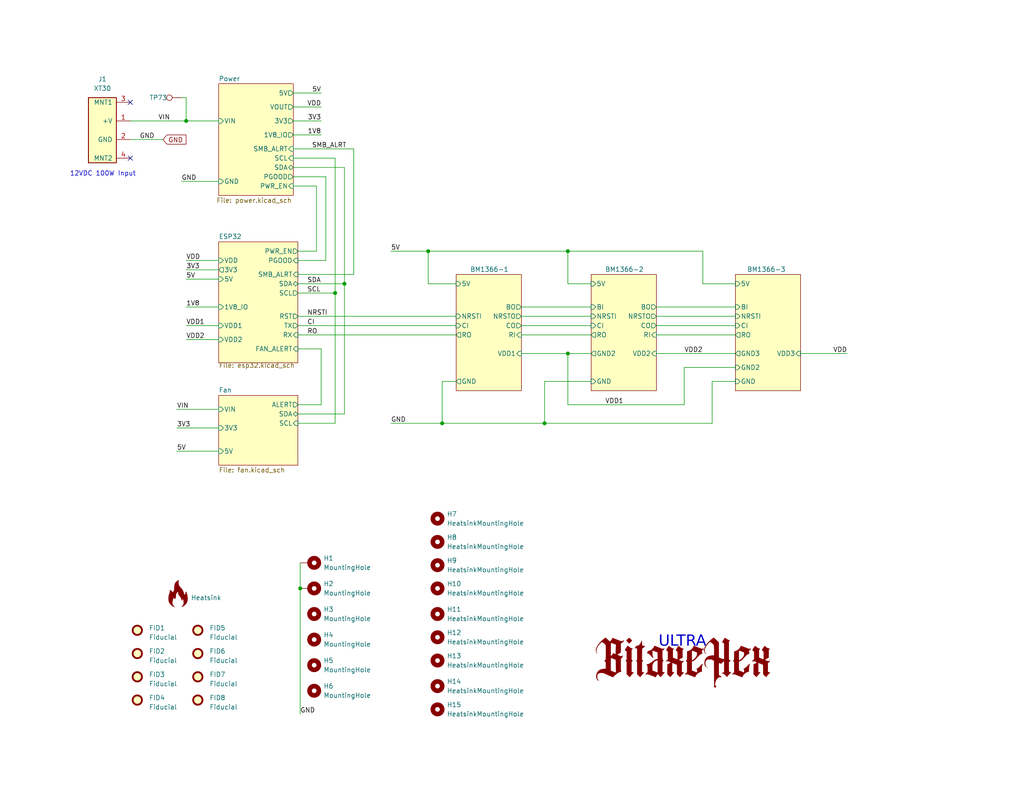
<source format=kicad_sch>
(kicad_sch (version 20231120) (generator "eeschema") (generator_version "8.0")
  (paper "A")
  (title_block (title "bitaxeHex") (date "2024-03-09") (rev "304"))
  (lib_symbols
    (symbol "Connector:TestPoint" (pin_numbers hide) (pin_names (offset 0.762) hide)
      (property "Reference" "TP" (at 0 6.858 0))
      (property "Value" "TestPoint" (at 0 5.08 0))
      (symbol "TestPoint_1_1"
        (pin passive line (at 0 0 90) (length 2.54) (name "1") (number "1"))
      )
    )
    (symbol "Mechanical:Fiducial"
      (property "Reference" "FID" (at 0 5.08 0))
      (property "Value" "Fiducial" (at 0 3.175 0))
    )
    (symbol "Mechanical:MountingHole" (pin_names (offset 1.016))
      (property "Reference" "H" (at 0 5.08 0))
      (property "Value" "MountingHole" (at 0 3.175 0))
    )
    (symbol "Mechanical:MountingHole_Pad" (pin_numbers hide) (pin_names (offset 1.016) hide)
      (property "Reference" "H" (at 0 6.35 0))
      (property "Value" "MountingHole_Pad" (at 0 4.445 0))
      (symbol "MountingHole_Pad_1_1"
        (pin input line (at 0 -2.54 90) (length 2.54) (name "1") (number "1"))
      )
    )
    (symbol "bitaxe:Bitaxe_Hex_Logo" (pin_names (offset 1.016)))
    (symbol "bitaxe:XT30PW-M" (pin_names (offset 1.016))
      (property "Reference" "J" (at -0.254 -10.922 0))
      (property "Value" "XT30" (at -0.254 10.668 0))
      (symbol "XT30PW-M_1_1"
        (pin power_in line (at -7.62 2.54 0) (length 3.81) (name "+V") (number "1"))
        (pin power_in line (at -7.62 -2.54 0) (length 3.81) (name "GND") (number "2"))
        (pin passive line (at -7.62 7.62 0) (length 3.81) (name "MNT1") (number "3"))
        (pin passive line (at -7.62 -7.62 0) (length 3.81) (name "MNT2") (number "4"))
      )
    )
    (symbol "bitaxe:hex_heatsink" (in_bom no)
      (property "Value" "hex_heatsink" (at 0 -3.81 0))
    )
  )
  (junction (at 91.44 80.01))
  (junction (at 148.59 115.57))
  (junction (at 116.84 68.58))
  (junction (at 154.94 68.58))
  (junction (at 120.65 115.57))
  (junction (at 81.915 160.655))
  (junction (at 50.8 33.02))
  (junction (at 154.94 96.52))
  (junction (at 93.98 77.47))
  (no_connect (at 35.56 43.18))
  (no_connect (at 35.56 27.94))
  (wire (pts (xy 120.65 104.14) (xy 124.46 104.14)))
  (wire (pts (xy 50.8 71.12) (xy 59.69 71.12)))
  (wire (pts (xy 179.07 86.36) (xy 200.66 86.36)))
  (wire (pts (xy 154.94 68.58) (xy 191.77 68.58)))
  (wire (pts (xy 50.8 92.71) (xy 59.69 92.71)))
  (wire (pts (xy 120.65 115.57) (xy 120.65 104.14)))
  (wire (pts (xy 81.28 80.01) (xy 91.44 80.01)))
  (wire (pts (xy 161.29 77.47) (xy 154.94 77.47)))
  (wire (pts (xy 93.98 45.72) (xy 93.98 77.47)))
  (wire (pts (xy 142.24 86.36) (xy 161.29 86.36)))
  (wire (pts (xy 179.07 83.82) (xy 200.66 83.82)))
  (wire (pts (xy 86.36 50.8) (xy 80.01 50.8)))
  (wire (pts (xy 116.84 77.47) (xy 116.84 68.58)))
  (wire (pts (xy 96.52 40.64) (xy 80.01 40.64)))
  (wire (pts (xy 49.53 26.67) (xy 50.8 26.67)))
  (wire (pts (xy 81.28 74.93) (xy 96.52 74.93)))
  (wire (pts (xy 81.28 91.44) (xy 124.46 91.44)))
  (wire (pts (xy 154.94 96.52) (xy 161.29 96.52)))
  (wire (pts (xy 87.63 95.25) (xy 81.28 95.25)))
  (wire (pts (xy 50.8 26.67) (xy 50.8 33.02)))
  (wire (pts (xy 200.66 77.47) (xy 191.77 77.47)))
  (wire (pts (xy 120.65 115.57) (xy 148.59 115.57)))
  (wire (pts (xy 91.44 43.18) (xy 80.01 43.18)))
  (wire (pts (xy 186.69 100.33) (xy 200.66 100.33)))
  (wire (pts (xy 35.56 33.02) (xy 50.8 33.02)))
  (wire (pts (xy 48.26 111.76) (xy 59.69 111.76)))
  (wire (pts (xy 154.94 77.47) (xy 154.94 68.58)))
  (wire (pts (xy 106.68 115.57) (xy 120.65 115.57)))
  (wire (pts (xy 194.31 115.57) (xy 194.31 104.14)))
  (wire (pts (xy 93.98 45.72) (xy 80.01 45.72)))
  (wire (pts (xy 88.9 48.26) (xy 88.9 71.12)))
  (wire (pts (xy 218.44 96.52) (xy 231.14 96.52)))
  (wire (pts (xy 80.01 36.83) (xy 87.63 36.83)))
  (wire (pts (xy 49.53 49.53) (xy 59.69 49.53)))
  (wire (pts (xy 148.59 104.14) (xy 161.29 104.14)))
  (wire (pts (xy 35.56 38.1) (xy 44.45 38.1)))
  (wire (pts (xy 80.01 48.26) (xy 88.9 48.26)))
  (wire (pts (xy 88.9 71.12) (xy 81.28 71.12)))
  (wire (pts (xy 50.8 83.82) (xy 59.69 83.82)))
  (wire (pts (xy 96.52 74.93) (xy 96.52 40.64)))
  (wire (pts (xy 179.07 91.44) (xy 200.66 91.44)))
  (wire (pts (xy 186.69 110.49) (xy 186.69 100.33)))
  (wire (pts (xy 91.44 80.01) (xy 91.44 115.57)))
  (wire (pts (xy 50.8 88.9) (xy 59.69 88.9)))
  (wire (pts (xy 142.24 88.9) (xy 161.29 88.9)))
  (wire (pts (xy 81.28 77.47) (xy 93.98 77.47)))
  (wire (pts (xy 48.26 116.84) (xy 59.69 116.84)))
  (wire (pts (xy 142.24 96.52) (xy 154.94 96.52)))
  (wire (pts (xy 50.8 73.66) (xy 59.69 73.66)))
  (wire (pts (xy 116.84 68.58) (xy 154.94 68.58)))
  (wire (pts (xy 191.77 77.47) (xy 191.77 68.58)))
  (wire (pts (xy 179.07 88.9) (xy 200.66 88.9)))
  (wire (pts (xy 81.915 160.655) (xy 81.915 194.945)))
  (wire (pts (xy 154.94 110.49) (xy 186.69 110.49)))
  (wire (pts (xy 142.24 83.82) (xy 161.29 83.82)))
  (wire (pts (xy 91.44 43.18) (xy 91.44 80.01)))
  (wire (pts (xy 48.26 123.19) (xy 59.69 123.19)))
  (wire (pts (xy 106.68 68.58) (xy 116.84 68.58)))
  (wire (pts (xy 148.59 115.57) (xy 194.31 115.57)))
  (wire (pts (xy 124.46 77.47) (xy 116.84 77.47)))
  (wire (pts (xy 87.63 110.49) (xy 87.63 95.25)))
  (wire (pts (xy 80.01 29.21) (xy 87.63 29.21)))
  (wire (pts (xy 81.28 88.9) (xy 124.46 88.9)))
  (wire (pts (xy 80.01 25.4) (xy 87.63 25.4)))
  (wire (pts (xy 148.59 115.57) (xy 148.59 104.14)))
  (wire (pts (xy 142.24 91.44) (xy 161.29 91.44)))
  (wire (pts (xy 93.98 113.03) (xy 93.98 77.47)))
  (wire (pts (xy 81.28 68.58) (xy 86.36 68.58)))
  (wire (pts (xy 194.31 104.14) (xy 200.66 104.14)))
  (wire (pts (xy 154.94 96.52) (xy 154.94 110.49)))
  (wire (pts (xy 179.07 96.52) (xy 200.66 96.52)))
  (wire (pts (xy 124.46 86.36) (xy 81.28 86.36)))
  (wire (pts (xy 50.8 33.02) (xy 59.69 33.02)))
  (wire (pts (xy 81.915 153.67) (xy 81.915 160.655)))
  (wire (pts (xy 50.8 76.2) (xy 59.69 76.2)))
  (wire (pts (xy 81.28 110.49) (xy 87.63 110.49)))
  (wire (pts (xy 81.28 115.57) (xy 91.44 115.57)))
  (wire (pts (xy 80.01 33.02) (xy 87.63 33.02)))
  (wire (pts (xy 86.36 68.58) (xy 86.36 50.8)))
  (wire (pts (xy 81.28 113.03) (xy 93.98 113.03)))
  (text "ULTRA" (at 179.705 177.8 0) (effects (font (size 3 3) (italic yes)) (justify left bottom)))
  (text "12VDC 100W Input" (at 19.05 48.26 0) (effects (font (size 1.27 1.27)) (justify left bottom)))
  (label "GND" (at 106.68 115.57 0))
  (label "VDD" (at 50.8 71.12 0))
  (label "SMB_ALRT" (at 85.09 40.64 0))
  (label "1V8" (at 50.8 83.82 0))
  (label "5V" (at 87.63 25.4 180))
  (label "VDD1" (at 165.1 110.49 0))
  (label "VDD1" (at 50.8 88.9 0))
  (label "5V" (at 106.68 68.58 0))
  (label "SDA" (at 83.82 77.47 0))
  (label "VDD" (at 231.14 96.52 180))
  (label "5V" (at 48.26 123.19 0))
  (label "CI" (at 83.82 88.9 0))
  (label "VDD2" (at 50.8 92.71 0))
  (label "NRSTI" (at 83.82 86.36 0))
  (label "GND" (at 81.915 194.945 0))
  (label "1V8" (at 87.63 36.83 180))
  (label "VIN" (at 48.26 111.76 0))
  (label "3V3" (at 87.63 33.02 180))
  (label "3V3" (at 50.8 73.66 0))
  (label "SCL" (at 83.82 80.01 0))
  (label "5V" (at 50.8 76.2 0))
  (label "3V3" (at 48.26 116.84 0))
  (label "GND" (at 38.1 38.1 0))
  (label "VDD2" (at 186.69 96.52 0))
  (label "RO" (at 83.82 91.44 0))
  (label "VDD" (at 87.63 29.21 180))
  (label "GND" (at 49.53 49.53 0))
  (label "VIN" (at 43.18 33.02 0))
  (global_label "GND" (shape input) (at 44.45 38.1 0) (property "Intersheetrefs" "${INTERSHEET_REFS}" (effects (hide yes))))
  (symbol (lib_id "Mechanical:Fiducial") (at 53.975 172.085 0) (unit 1) (in_bom no)
    (property "Reference" "FID5" (at 57.15 171.45 0) (effects (justify left)))
    (property "Value" "Fiducial" (at 57.15 173.99 0) (effects (justify left)))
    (property "Footprint" "Fiducial:Fiducial_1mm_Mask2mm" (effects (hide yes)))
  )
  (symbol (lib_id "Mechanical:MountingHole") (at 85.725 174.625 270) (unit 1) (in_bom no)
    (property "Reference" "H4" (at 88.265 173.355 90) (effects (justify left)))
    (property "Value" "MountingHole" (at 88.265 175.895 90) (effects (justify left)))
    (property "Footprint" "MountingHole:MountingHole_3mm_Pad_Via" (effects (hide yes)))
  )
  (symbol (lib_id "bitaxe:XT30PW-M") (at 27.94 35.56 0) (mirror y) (unit 1)
    (property "Reference" "J1" (at 27.94 21.59 0))
    (property "Value" "XT30" (at 27.94 24.13 0))
    (property "Footprint" "bitaxe:XT30PW-M" (effects (hide yes)))
    (property "PARTNO" "XT30PW-M" (effects (hide yes)))
  )
  (symbol (lib_id "Mechanical:MountingHole_Pad") (at 84.455 153.67 270) (unit 1) (in_bom no)
    (property "Reference" "H1" (at 88.265 152.4 90) (effects (justify left)))
    (property "Value" "MountingHole" (at 88.265 154.94 90) (effects (justify left)))
    (property "Footprint" "MountingHole:MountingHole_3mm_Pad_Via" (effects (hide yes)))
  )
  (symbol (lib_id "Mechanical:MountingHole_Pad") (at 84.455 160.655 270) (unit 1) (in_bom no)
    (property "Reference" "H2" (at 88.265 159.385 90) (effects (justify left)))
    (property "Value" "MountingHole" (at 88.265 161.925 90) (effects (justify left)))
    (property "Footprint" "MountingHole:MountingHole_3mm_Pad_Via" (effects (hide yes)))
  )
  (symbol (lib_id "bitaxe:Bitaxe_Hex_Logo") (at 186.055 180.975 0) (unit 1)
    (property "Reference" "#G1" (effects (hide yes)))
    (property "Value" "LOGO" (effects (hide yes)))
  )
  (symbol (lib_id "Mechanical:MountingHole") (at 85.725 167.64 270) (unit 1) (in_bom no)
    (property "Reference" "H3" (at 88.265 166.37 90) (effects (justify left)))
    (property "Value" "MountingHole" (at 88.265 168.91 90) (effects (justify left)))
    (property "Footprint" "MountingHole:MountingHole_3mm_Pad_Via" (effects (hide yes)))
  )
  (symbol (lib_id "Mechanical:Fiducial") (at 53.975 178.435 0) (unit 1) (in_bom no)
    (property "Reference" "FID6" (at 57.15 177.8 0) (effects (justify left)))
    (property "Value" "Fiducial" (at 57.15 180.34 0) (effects (justify left)))
    (property "Footprint" "Fiducial:Fiducial_1mm_Mask2mm" (effects (hide yes)))
  )
  (symbol (lib_id "Connector:TestPoint") (at 49.53 26.67 90) (mirror x) (unit 1) (in_bom no)
    (property "Reference" "TP73" (at 43.18 26.67 90))
    (property "Value" "TestPoint" (effects (hide yes)))
    (property "Footprint" "TestPoint:TestPoint_Pad_D1.0mm" (effects (hide yes)))
  )
  (symbol (lib_id "Mechanical:MountingHole") (at 119.38 147.955 0) (unit 1) (in_bom no)
    (property "Reference" "H8" (at 121.92 146.6849 0) (effects (justify left)))
    (property "Value" "HeatsinkMountingHole" (at 121.92 149.2249 0) (effects (justify left)))
    (property "Footprint" "bitaxe:3.1mm_mounting" (effects (hide yes)))
  )
  (symbol (lib_id "bitaxe:hex_heatsink") (at 48.895 163.195 0) (unit 1) (in_bom no)
    (property "Reference" "HS1" (effects (hide yes)))
    (property "Value" "Heatsink" (at 52.07 163.195 0) (effects (justify left)))
    (property "Footprint" "bitaxe:hex-heatsink" (effects (hide yes)))
    (property "Datasheet" "https://www.aliexpress.us/item/3256805608902122.html" (effects (hide yes)))
  )
  (symbol (lib_id "Mechanical:Fiducial") (at 53.975 184.785 0) (unit 1) (in_bom no)
    (property "Reference" "FID7" (at 57.15 184.15 0) (effects (justify left)))
    (property "Value" "Fiducial" (at 57.15 186.69 0) (effects (justify left)))
    (property "Footprint" "Fiducial:Fiducial_1mm_Mask2mm" (effects (hide yes)))
  )
  (symbol (lib_id "Mechanical:MountingHole") (at 85.725 181.61 270) (unit 1) (in_bom no)
    (property "Reference" "H5" (at 88.265 180.34 90) (effects (justify left)))
    (property "Value" "MountingHole" (at 88.265 182.88 90) (effects (justify left)))
    (property "Footprint" "MountingHole:MountingHole_3mm_Pad_Via" (effects (hide yes)))
  )
  (symbol (lib_id "Mechanical:MountingHole") (at 85.725 188.595 270) (unit 1) (in_bom no)
    (property "Reference" "H6" (at 88.265 187.325 90) (effects (justify left)))
    (property "Value" "MountingHole" (at 88.265 189.865 90) (effects (justify left)))
    (property "Footprint" "MountingHole:MountingHole_3mm_Pad_Via" (effects (hide yes)))
  )
  (symbol (lib_id "Mechanical:MountingHole") (at 119.38 193.675 0) (unit 1) (in_bom no)
    (property "Reference" "H15" (at 121.92 192.4049 0) (effects (justify left)))
    (property "Value" "HeatsinkMountingHole" (at 121.92 194.9449 0) (effects (justify left)))
    (property "Footprint" "bitaxe:3.1mm_mounting" (effects (hide yes)))
  )
  (symbol (lib_id "Mechanical:MountingHole") (at 119.38 180.34 0) (unit 1) (in_bom no)
    (property "Reference" "H13" (at 121.92 179.0699 0) (effects (justify left)))
    (property "Value" "HeatsinkMountingHole" (at 121.92 181.6099 0) (effects (justify left)))
    (property "Footprint" "bitaxe:3.1mm_mounting" (effects (hide yes)))
  )
  (symbol (lib_id "Mechanical:MountingHole") (at 119.38 154.305 0) (unit 1) (in_bom no)
    (property "Reference" "H9" (at 121.92 153.0349 0) (effects (justify left)))
    (property "Value" "HeatsinkMountingHole" (at 121.92 155.5749 0) (effects (justify left)))
    (property "Footprint" "bitaxe:3.1mm_mounting" (effects (hide yes)))
  )
  (symbol (lib_id "Mechanical:Fiducial") (at 37.465 184.785 0) (unit 1) (in_bom no)
    (property "Reference" "FID3" (at 40.64 184.15 0) (effects (justify left)))
    (property "Value" "Fiducial" (at 40.64 186.69 0) (effects (justify left)))
    (property "Footprint" "Fiducial:Fiducial_1mm_Mask2mm" (effects (hide yes)))
  )
  (symbol (lib_id "Mechanical:MountingHole") (at 119.38 141.605 0) (unit 1) (in_bom no)
    (property "Reference" "H7" (at 121.92 140.3349 0) (effects (justify left)))
    (property "Value" "HeatsinkMountingHole" (at 121.92 142.8749 0) (effects (justify left)))
    (property "Footprint" "bitaxe:3.1mm_mounting" (effects (hide yes)))
  )
  (symbol (lib_id "Mechanical:Fiducial") (at 53.975 191.135 0) (unit 1) (in_bom no)
    (property "Reference" "FID8" (at 57.15 190.5 0) (effects (justify left)))
    (property "Value" "Fiducial" (at 57.15 193.04 0) (effects (justify left)))
    (property "Footprint" "Fiducial:Fiducial_1mm_Mask2mm" (effects (hide yes)))
  )
  (symbol (lib_id "Mechanical:MountingHole") (at 119.38 160.655 0) (unit 1) (in_bom no)
    (property "Reference" "H10" (at 121.92 159.3849 0) (effects (justify left)))
    (property "Value" "HeatsinkMountingHole" (at 121.92 161.9249 0) (effects (justify left)))
    (property "Footprint" "bitaxe:3.1mm_mounting" (effects (hide yes)))
  )
  (symbol (lib_id "Mechanical:MountingHole") (at 119.38 187.325 0) (unit 1) (in_bom no)
    (property "Reference" "H14" (at 121.92 186.0549 0) (effects (justify left)))
    (property "Value" "HeatsinkMountingHole" (at 121.92 188.5949 0) (effects (justify left)))
    (property "Footprint" "bitaxe:3.1mm_mounting" (effects (hide yes)))
  )
  (symbol (lib_id "Mechanical:Fiducial") (at 37.465 178.435 0) (unit 1) (in_bom no)
    (property "Reference" "FID2" (at 40.64 177.8 0) (effects (justify left)))
    (property "Value" "Fiducial" (at 40.64 180.34 0) (effects (justify left)))
    (property "Footprint" "Fiducial:Fiducial_1mm_Mask2mm" (effects (hide yes)))
  )
  (symbol (lib_id "Mechanical:Fiducial") (at 37.465 191.135 0) (unit 1) (in_bom no)
    (property "Reference" "FID4" (at 40.64 190.5 0) (effects (justify left)))
    (property "Value" "Fiducial" (at 40.64 193.04 0) (effects (justify left)))
    (property "Footprint" "Fiducial:Fiducial_1mm_Mask2mm" (effects (hide yes)))
  )
  (symbol (lib_id "Mechanical:Fiducial") (at 37.465 172.085 0) (unit 1) (in_bom no)
    (property "Reference" "FID1" (at 40.64 171.45 0) (effects (justify left)))
    (property "Value" "Fiducial" (at 40.64 173.99 0) (effects (justify left)))
    (property "Footprint" "Fiducial:Fiducial_1mm_Mask2mm" (effects (hide yes)))
  )
  (symbol (lib_id "Mechanical:MountingHole") (at 119.38 173.99 0) (unit 1) (in_bom no)
    (property "Reference" "H12" (at 121.92 172.7199 0) (effects (justify left)))
    (property "Value" "HeatsinkMountingHole" (at 121.92 175.2599 0) (effects (justify left)))
    (property "Footprint" "bitaxe:3.1mm_mounting" (effects (hide yes)))
  )
  (symbol (lib_id "Mechanical:MountingHole") (at 119.38 167.64 0) (unit 1) (in_bom no)
    (property "Reference" "H11" (at 121.92 166.3699 0) (effects (justify left)))
    (property "Value" "HeatsinkMountingHole" (at 121.92 168.9099 0) (effects (justify left)))
    (property "Footprint" "bitaxe:3.1mm_mounting" (effects (hide yes)))
  )
  (sheet (at 124.46 74.93) (size 17.78 31.75) (stroke (width 0.1524)) (fill (color 255 255 194 1.0000))
    (property "Sheetname" "BM1366-1" (at 128.27 74.295 0) (effects (justify left bottom)))
    (property "Sheetfile" "bm1366-1.kicad_sch" (effects (hide yes)))
    (pin "BO" output (at 142.24 83.82 0))
    (pin "NRSTO" output (at 142.24 86.36 0))
    (pin "RI" input (at 142.24 91.44 0))
    (pin "CO" output (at 142.24 88.9 0))
    (pin "CI" input (at 124.46 88.9 180))
    (pin "RO" output (at 124.46 91.44 180))
    (pin "NRSTI" input (at 124.46 86.36 180))
    (pin "5V" input (at 124.46 77.47 180))
    (pin "VDD1" input (at 142.24 96.52 0))
    (pin "GND" output (at 124.46 104.14 180))
  )
  (sheet (at 161.29 74.93) (size 17.78 31.75) (stroke (width 0.1524)) (fill (color 255 255 194 1.0000))
    (property "Sheetname" "BM1366-2" (at 165.1 74.295 0) (effects (justify left bottom)))
    (property "Sheetfile" "bm1366-2.kicad_sch" (effects (hide yes)))
    (pin "BI" input (at 161.29 83.82 180))
    (pin "CI" input (at 161.29 88.9 180))
    (pin "RO" output (at 161.29 91.44 180))
    (pin "NRSTI" input (at 161.29 86.36 180))
    (pin "VDD2" input (at 179.07 96.52 0))
    (pin "CO" output (at 179.07 88.9 0))
    (pin "BO" output (at 179.07 83.82 0))
    (pin "NRSTO" output (at 179.07 86.36 0))
    (pin "RI" input (at 179.07 91.44 0))
    (pin "GND2" output (at 161.29 96.52 180))
    (pin "5V" input (at 161.29 77.47 180))
    (pin "GND" input (at 161.29 104.14 180))
  )
  (sheet (at 59.69 107.95) (size 21.59 19.05) (stroke (width 0.1524)) (fill (color 255 255 194 1.0000))
    (property "Sheetname" "Fan" (at 59.69 107.2384 0) (effects (justify left bottom)))
    (property "Sheetfile" "fan.kicad_sch" (at 59.69 127.5846 0) (effects (justify left top)))
    (pin "SDA" bidirectional (at 81.28 113.03 0))
    (pin "SCL" input (at 81.28 115.57 0))
    (pin "3V3" input (at 59.69 116.84 180))
    (pin "ALERT" output (at 81.28 110.49 0))
    (pin "5V" input (at 59.69 123.19 180))
    (pin "VIN" input (at 59.69 111.76 180))
  )
  (sheet (at 59.69 22.86) (size 20.32 30.48) (stroke (width 0.1524)) (fill (color 255 255 194 1.0000))
    (property "Sheetname" "Power" (at 59.69 22.225 0) (effects (justify left bottom)))
    (property "Sheetfile" "power.kicad_sch" (at 59.055 53.975 0) (effects (justify left top)))
    (pin "VOUT" output (at 80.01 29.21 0))
    (pin "VIN" input (at 59.69 33.02 180))
    (pin "SCL" input (at 80.01 43.18 0))
    (pin "SDA" bidirectional (at 80.01 45.72 0))
    (pin "5V" output (at 80.01 25.4 0))
    (pin "3V3" output (at 80.01 33.02 0))
    (pin "PGOOD" output (at 80.01 48.26 0))
    (pin "1V8_IO" output (at 80.01 36.83 0))
    (pin "PWR_EN" input (at 80.01 50.8 0))
    (pin "GND" input (at 59.69 49.53 180))
    (pin "SMB_ALRT" input (at 80.01 40.64 0))
  )
  (sheet (at 59.69 66.04) (size 21.59 33.02) (stroke (width 0.1524)) (fill (color 255 255 194 1.0000))
    (property "Sheetname" "ESP32" (at 59.69 65.3284 0) (effects (justify left bottom)))
    (property "Sheetfile" "esp32.kicad_sch" (at 59.69 99.0096 0) (effects (justify left top)))
    (pin "SDA" bidirectional (at 81.28 77.47 0))
    (pin "SCL" output (at 81.28 80.01 0))
    (pin "RX" input (at 81.28 91.44 0))
    (pin "TX" output (at 81.28 88.9 0))
    (pin "RST" output (at 81.28 86.36 0))
    (pin "5V" input (at 59.69 76.2 180))
    (pin "3V3" output (at 59.69 73.66 180))
    (pin "PGOOD" input (at 81.28 71.12 0))
    (pin "VDD" input (at 59.69 71.12 180))
    (pin "FAN_ALERT" input (at 81.28 95.25 0))
    (pin "1V8_IO" input (at 59.69 83.82 180))
    (pin "PWR_EN" output (at 81.28 68.58 0))
    (pin "SMB_ALRT" input (at 81.28 74.93 0))
    (pin "VDD1" input (at 59.69 88.9 180))
    (pin "VDD2" input (at 59.69 92.71 180))
  )
  (sheet (at 200.66 74.93) (size 17.78 31.75) (stroke (width 0.1524)) (fill (color 255 255 194 1.0000))
    (property "Sheetname" "BM1366-3" (at 203.835 74.295 0) (effects (justify left bottom)))
    (property "Sheetfile" "bm1366-3.kicad_sch" (effects (hide yes)))
    (pin "5V" input (at 200.66 77.47 180))
    (pin "BI" input (at 200.66 83.82 180))
    (pin "NRSTI" input (at 200.66 86.36 180))
    (pin "RO" output (at 200.66 91.44 180))
    (pin "CI" input (at 200.66 88.9 180))
    (pin "VDD3" input (at 218.44 96.52 0))
    (pin "GND3" output (at 200.66 96.52 180))
    (pin "GND2" input (at 200.66 100.33 180))
    (pin "GND" input (at 200.66 104.14 180))
  )
)
</source>
